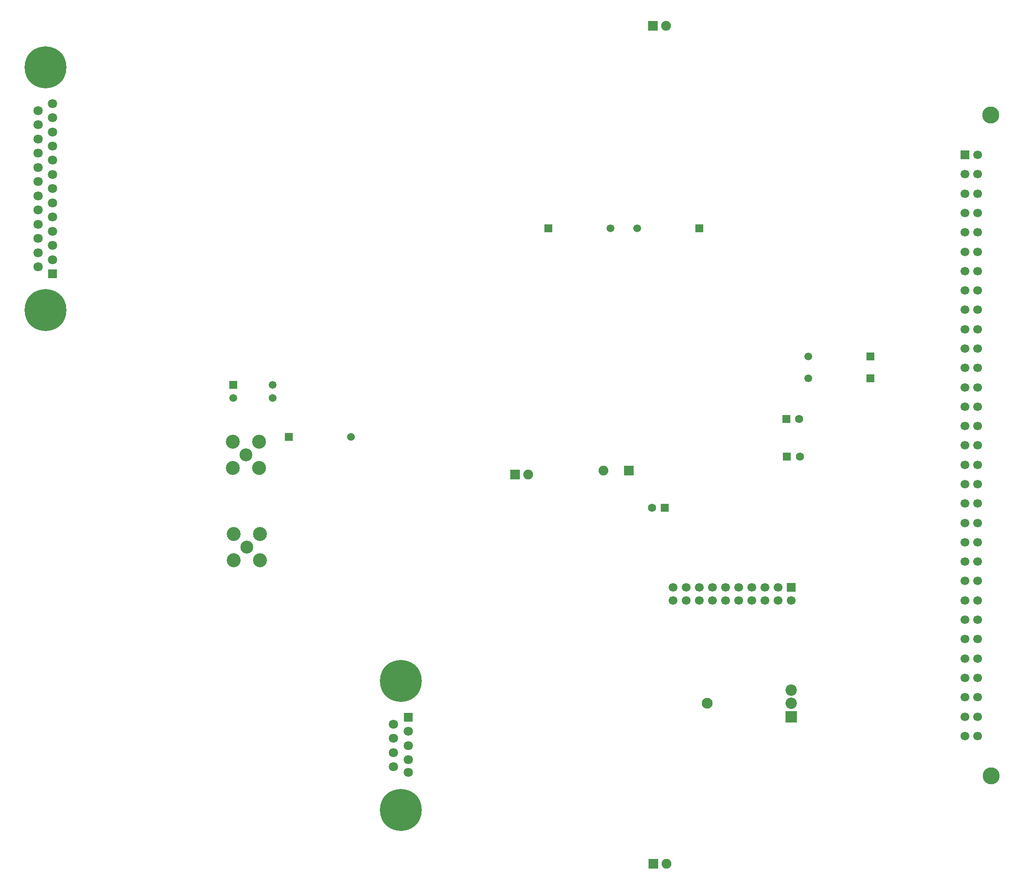
<source format=gbs>
G04*
G04 #@! TF.GenerationSoftware,Altium Limited,Altium Designer,21.9.2 (33)*
G04*
G04 Layer_Color=16711935*
%FSLAX44Y44*%
%MOMM*%
G71*
G04*
G04 #@! TF.SameCoordinates,B747FECD-FE5A-43CE-90B0-0D92A10A89A2*
G04*
G04*
G04 #@! TF.FilePolarity,Negative*
G04*
G01*
G75*
%ADD30C,1.8000*%
%ADD31R,1.8000X1.8000*%
%ADD32C,8.1000*%
%ADD33C,1.7000*%
%ADD34R,1.7000X1.7000*%
%ADD35C,3.3000*%
%ADD36R,1.7000X1.7000*%
%ADD37C,2.1000*%
%ADD38C,2.2000*%
%ADD39R,2.2000X2.2000*%
%ADD40C,1.5000*%
%ADD41R,1.5000X1.5000*%
%ADD42C,2.7000*%
%ADD43C,2.5000*%
%ADD44R,1.5000X1.5000*%
%ADD45C,1.6000*%
%ADD46R,1.6000X1.6000*%
%ADD47R,1.9000X1.9000*%
%ADD48C,1.9000*%
D30*
X126000Y1400000D02*
D03*
Y1510000D02*
D03*
Y1427500D02*
D03*
Y1455000D02*
D03*
Y1482500D02*
D03*
X97600Y1413750D02*
D03*
Y1441250D02*
D03*
Y1468750D02*
D03*
Y1496250D02*
D03*
X126000Y1372500D02*
D03*
Y1345000D02*
D03*
Y1317500D02*
D03*
Y1290000D02*
D03*
Y1207500D02*
D03*
Y1235000D02*
D03*
Y1262500D02*
D03*
X97600Y1386250D02*
D03*
Y1358750D02*
D03*
Y1331250D02*
D03*
Y1303750D02*
D03*
Y1276250D02*
D03*
Y1248750D02*
D03*
Y1221250D02*
D03*
Y1193750D02*
D03*
X785600Y308250D02*
D03*
Y280750D02*
D03*
Y253250D02*
D03*
Y225750D02*
D03*
X814000Y294500D02*
D03*
Y267000D02*
D03*
Y239500D02*
D03*
Y215000D02*
D03*
D31*
X126000Y1180000D02*
D03*
X814000Y322000D02*
D03*
D32*
X111800Y1580000D02*
D03*
Y1110000D02*
D03*
X799800Y392000D02*
D03*
Y142000D02*
D03*
D33*
X1529600Y547600D02*
D03*
X1555000D02*
D03*
X1529600Y573000D02*
D03*
X1504200D02*
D03*
Y547600D02*
D03*
X1478800Y573000D02*
D03*
Y547600D02*
D03*
X1453400Y573000D02*
D03*
Y547600D02*
D03*
X1428000Y573000D02*
D03*
Y547600D02*
D03*
X1402600Y573000D02*
D03*
Y547600D02*
D03*
X1377200Y573000D02*
D03*
Y547600D02*
D03*
X1351800Y573000D02*
D03*
Y547600D02*
D03*
X1326400Y573000D02*
D03*
Y547600D02*
D03*
X1916000Y1373000D02*
D03*
X1891000D02*
D03*
X1916000Y1410500D02*
D03*
Y1335500D02*
D03*
X1891000Y1298000D02*
D03*
X1916000D02*
D03*
X1891000Y1335500D02*
D03*
X1916000Y1260500D02*
D03*
X1891000Y1223000D02*
D03*
X1916000D02*
D03*
X1891000Y1260500D02*
D03*
X1916000Y1185500D02*
D03*
X1891000Y1148000D02*
D03*
X1916000D02*
D03*
X1891000Y1185500D02*
D03*
X1916000Y1110500D02*
D03*
X1891000Y1073000D02*
D03*
X1916000D02*
D03*
X1891000Y1110500D02*
D03*
X1916000Y1035500D02*
D03*
X1891000Y998000D02*
D03*
X1916000D02*
D03*
X1891000Y1035500D02*
D03*
X1916000Y960500D02*
D03*
X1891000Y923000D02*
D03*
X1916000D02*
D03*
X1891000Y960500D02*
D03*
X1916000Y885500D02*
D03*
X1891000Y848000D02*
D03*
X1916000D02*
D03*
X1891000Y885500D02*
D03*
X1916000Y810500D02*
D03*
X1891000Y773000D02*
D03*
X1916000D02*
D03*
X1891000Y810500D02*
D03*
X1916000Y735500D02*
D03*
X1891000Y698000D02*
D03*
X1916000D02*
D03*
X1891000Y735500D02*
D03*
X1916000Y660500D02*
D03*
X1891000Y623000D02*
D03*
X1916000D02*
D03*
X1891000Y660500D02*
D03*
X1916000Y585500D02*
D03*
X1891000Y548000D02*
D03*
X1916000D02*
D03*
X1891000Y585500D02*
D03*
X1916000Y510500D02*
D03*
X1891000Y473000D02*
D03*
X1916000D02*
D03*
X1891000Y510500D02*
D03*
X1916000Y435500D02*
D03*
X1891000Y398000D02*
D03*
X1916000D02*
D03*
X1891000Y435500D02*
D03*
Y360500D02*
D03*
X1916000Y323000D02*
D03*
X1891000D02*
D03*
X1916000Y360500D02*
D03*
X1891000Y285500D02*
D03*
X1916000D02*
D03*
D34*
X1555000Y573000D02*
D03*
D35*
X1941000Y1488000D02*
D03*
X1941500Y208000D02*
D03*
D36*
X1891000Y1410500D02*
D03*
D37*
X1392500Y348500D02*
D03*
D38*
X1555000Y374000D02*
D03*
Y348500D02*
D03*
D39*
Y323000D02*
D03*
D40*
X551200Y939600D02*
D03*
Y965000D02*
D03*
X475000Y939600D02*
D03*
X703000Y864250D02*
D03*
X1205000Y1268000D02*
D03*
X1257000D02*
D03*
X1588000Y1020000D02*
D03*
Y978000D02*
D03*
D41*
X475000Y965000D02*
D03*
D42*
X527400Y676400D02*
D03*
X476600D02*
D03*
X527400Y625600D02*
D03*
X476600D02*
D03*
X525400Y855400D02*
D03*
X474600D02*
D03*
X525400Y804600D02*
D03*
X474600D02*
D03*
D43*
X502000Y651000D02*
D03*
X500000Y830000D02*
D03*
D44*
X583000Y864250D02*
D03*
X1085000Y1268000D02*
D03*
X1377000D02*
D03*
X1708000Y1020000D02*
D03*
Y978000D02*
D03*
D45*
X1285500Y727000D02*
D03*
X1570500Y899000D02*
D03*
X1571500Y826000D02*
D03*
D46*
X1310500Y727000D02*
D03*
X1545500Y899000D02*
D03*
X1546500Y826000D02*
D03*
D47*
X1241000Y799000D02*
D03*
X1287500Y1660000D02*
D03*
X1288532Y37860D02*
D03*
X1020754Y791992D02*
D03*
D48*
X1192000Y799000D02*
D03*
X1312900Y1660000D02*
D03*
X1313932Y37860D02*
D03*
X1046154Y791992D02*
D03*
M02*

</source>
